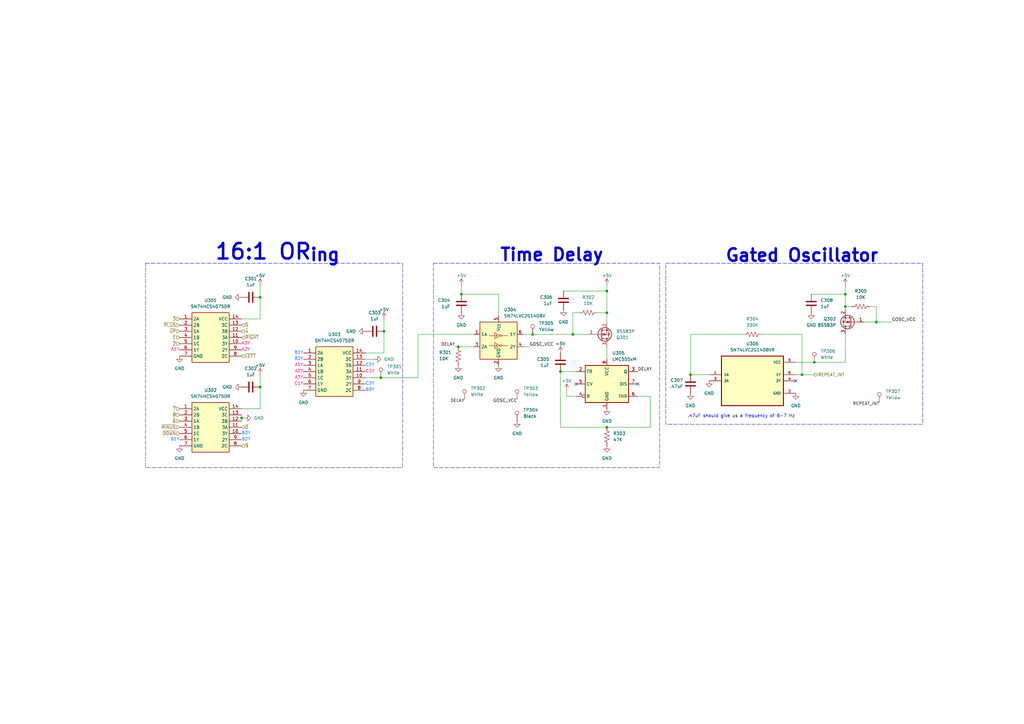
<source format=kicad_sch>
(kicad_sch (version 20250114) (generator "eeschema") (generator_version "9.0")
  (paper "A3")
  (title_block (title "MEP MAXI 85V-1 REV 2 Keypad") (date "2025-02-01") (rev "X1") (company "McMillan Enterprises") (comment 1 "Firmware: Connor McMillan (connor@mcmillan.website)") (comment 2 "Hardware &"))
  (polyline (pts (xy 370.1265 264.0944) (xy 372.7347 260.7468) (xy 372.7404 260.7468) (xy 370.1265 264.0944)) (stroke (width -0.0001) (type solid)) (fill (type outline)))
  (polyline (pts (xy 378.8385 266.9183) (xy 378.3626 266.9183) (xy 378.1177 268.1388) (xy 377.9206 268.1388) (xy 378.1635 266.9183) (xy 377.6876 266.9183) (xy 377.7215 266.745) (xy 378.8744 266.745) (xy 378.8385 266.9183)) (stroke (width -0.0001) (type solid)) (fill (type outline)))
  (polyline (pts (xy 375.9475 256.261) (xy 377.8002 254.9162) (xy 376.4553 256.7689) (xy 378.7164 257.128) (xy 376.4553 257.4871) (xy 377.8002 259.3399) (xy 375.9475 257.995) (xy 375.5884 260.256) (xy 375.2293 257.995) (xy 373.3765 259.3399) (xy 374.7214 257.4871) (xy 372.4604 257.128) (xy 374.7214 256.7689) (xy 373.3765 254.9162) (xy 375.2293 256.261) (xy 375.5884 254) (xy 375.9475 256.261)) (stroke (width -0.0001) (type solid)) (fill (type outline)))
  (polyline (pts (xy 398.3679 265.768) (xy 397.5403 265.768) (xy 397.3029 264.7287) (xy 395.0446 264.7287) (xy 394.3967 265.768) (xy 393.5049 265.768) (xy 394.6058 264.0743) (xy 395.4552 264.0743) (xy 397.1489 264.0743) (xy 396.6934 262.0983) (xy 395.4552 264.0743) (xy 394.6058 264.0743) (xy 396.424 261.2772) (xy 397.2516 261.2772) (xy 398.3679 265.768)) (stroke (width -0.0001) (type solid)) (fill (type outline)))
  (polyline (pts (xy 381.0146 264.2668) (xy 383.3435 261.2772) (xy 384.062 261.2772) (xy 383.1639 265.768) (xy 382.3748 265.768) (xy 382.9585 262.8233) (xy 381.0403 265.2548) (xy 380.6682 265.2548) (xy 379.6417 262.7656) (xy 379.045 265.768) (xy 378.2495 265.768) (xy 379.1477 261.2772) (xy 379.8278 261.2772) (xy 381.0146 264.2668)) (stroke (width -0.0001) (type solid)) (fill (type outline)))
  (polyline (pts (xy 393.7901 266.9183) (xy 393.0036 266.9183) (xy 392.918 267.3463) (xy 393.6189 267.3463) (xy 393.585 267.5156) (xy 392.8841 267.5156) (xy 392.7945 267.9656) (xy 393.6089 267.9656) (xy 393.5751 268.1388) (xy 392.5616 268.1388) (xy 392.8403 266.745) (xy 393.824 266.745) (xy 393.7901 266.9183)) (stroke (width -0.0001) (type solid)) (fill (type outline)))
  (polyline (pts (xy 382.7899 266.7468) (xy 382.8462 266.752) (xy 382.899 266.7605) (xy 382.9484 266.7724) (xy 382.9717 266.7796) (xy 382.9942 266.7876) (xy 383.0158 266.7963) (xy 383.0364 266.8059) (xy 383.0561 266.8163) (xy 383.0749 266.8274) (xy 383.0928 266.8394) (xy 383.1097 266.852) (xy 383.1256 266.8655) (xy 383.1406 266.8797) (xy 383.1546 266.8946) (xy 383.1677 266.9103) (xy 383.1797 266.9267) (xy 383.1907 266.9438) (xy 383.2007 266.9617) (xy 383.2098 266.9802) (xy 383.2177 266.9995) (xy 383.2247 267.0194) (xy 383.2306 267.04) (xy 383.2354 267.0614) (xy 383.2392 267.0833) (xy 383.2419 267.106) (xy 383.2436 267.1293) (xy 383.2441 267.1532) (xy 383.2423 267.2041) (xy 383.24 267.2287) (xy 383.2369 267.2527) (xy 383.2329 267.2763) (xy 383.228 267.2992) (xy 383.2223 267.3217) (xy 383.2157 267.3435) (xy 383.2083 267.3648) (xy 383.2001 267.3855) (xy 383.191 267.4056) (xy 383.1811 267.4252) (xy 383.1704 267.4442) (xy 383.1589 267.4625) (xy 383.1466 267.4803) (xy 383.1336 267.4974) (xy 383.1198 267.514) (xy 383.1052 267.5299) (xy 383.0898 267.5452) (xy 383.0737 267.5599) (xy 383.0569 267.5739) (xy 383.0394 267.5873) (xy 383.0211 267.6) (xy 383.0021 267.6121) (xy 382.9621 267.6344) (xy 382.9194 267.6539) (xy 382.8739 267.6707) (xy 382.8259 267.6848) (xy 383.0808 268.1388) (xy 382.8698 268.1388) (xy 382.6269 267.7127) (xy 382.2166 267.7127) (xy 382.133 268.1388) (xy 381.9319 268.1388) (xy 382.051 267.5434) (xy 382.2505 267.5434) (xy 382.595 267.5434) (xy 382.647 267.5419) (xy 382.6961 267.5375) (xy 382.7422 267.5301) (xy 382.7854 267.5197) (xy 382.8059 267.5134) (xy 382.8255 267.5064) (xy 382.8444 267.4987) (xy 382.8625 267.4902) (xy 382.8798 267.481) (xy 382.8963 267.4711) (xy 382.9119 267.4605) (xy 382.9268 267.4491) (xy 382.9408 267.437) (xy 382.9539 267.4243) (xy 382.9662 267.4108) (xy 382.9777 267.3965) (xy 382.9882 267.3816) (xy 382.998 267.366) (xy 383.0068 267.3497) (xy 383.0147 267.3326) (xy 383.0217 267.3149) (xy 383.0278 267.2964) (xy 383.033 267.2773) (xy 383.0373 267.2574) (xy 383.0407 267.2369) (xy 383.043 267.2157) (xy 383.0445 267.1937) (xy 383.045 267.1711) (xy 383.0446 267.1557) (xy 383.0436 267.1407) (xy 383.0418 267.1262) (xy 383.0394 267.1122) (xy 383.0363 267.0987) (xy 383.0325 267.0857) (xy 383.0281 267.0731) (xy 383.023 267.0611) (xy 383.0172 267.0495) (xy 383.0108 267.0384) (xy 383.0037 267.0277) (xy 382.9959 267.0176) (xy 382.9876 267.008) (xy 382.9785 266.9988) (xy 382.9689 266.9902) (xy 382.9586 266.982) (xy 382.9477 266.9743) (xy 382.9362 266.9671) (xy 382.924 266.9604) (xy 382.9113 266.9542) (xy 382.8979 266.9485) (xy 382.884 266.9432) (xy 382.8694 266.9385) (xy 382.8543 266.9343) (xy 382.8386 266.9305) (xy 382.8222 266.9273) (xy 382.8054 266.9245) (xy 382.7879 266.9223) (xy 382.7699 266.9205) (xy 382.7513 266.9193) (xy 382.7321 266.9185) (xy 382.7124 266.9183) (xy 382.3759 266.9183) (xy 382.2505 267.5434) (xy 382.051 267.5434) (xy 382.2107 266.745) (xy 382.7303 266.745) (xy 382.7899 266.7468)) (stroke (width -0.0001) (type solid)) (fill (type outline)))
  (polyline (pts (xy 402.3773 264.4208) (xy 402.9996 261.2772) (xy 403.8272 261.2772) (xy 402.9291 265.768) (xy 402.2426 265.768) (xy 400.4013 262.6244) (xy 399.7726 265.768) (xy 398.945 265.768) (xy 399.8432 261.2772) (xy 400.5296 261.2772) (xy 402.3773 264.4208)) (stroke (width -0.0001) (type solid)) (fill (type outline)))
  (polyline (pts (xy 391.1535 266.7296) (xy 391.1852 266.731) (xy 391.2167 266.7334) (xy 391.2477 266.7368) (xy 391.2784 266.7411) (xy 391.3085 266.7463) (xy 391.3381 266.7524) (xy 391.3671 266.7595) (xy 391.3954 266.7674) (xy 391.423 266.7762) (xy 391.4497 266.7858) (xy 391.4756 266.7963) (xy 391.5006 266.8076) (xy 391.5246 266.8198) (xy 391.5476 266.8328) (xy 391.5694 266.8466) (xy 391.4898 267.0098) (xy 391.47 266.9964) (xy 391.4496 266.9839) (xy 391.4285 266.9722) (xy 391.4069 266.9613) (xy 391.3846 266.9513) (xy 391.3619 266.9422) (xy 391.3386 266.9339) (xy 391.3148 266.9265) (xy 391.2906 266.9199) (xy 391.266 266.9142) (xy 391.241 266.9094) (xy 391.2157 266.9054) (xy 391.19 266.9023) (xy 391.1641 266.9001) (xy 391.1379 266.8988) (xy 391.1115 266.8984) (xy 391.0695 266.8995) (xy 391.0296 266.9028) (xy 390.9919 266.9083) (xy 390.9564 266.9159) (xy 390.9232 266.9255) (xy 390.8924 266.937) (xy 390.8641 266.9504) (xy 390.8384 266.9655) (xy 390.8154 266.9824) (xy 390.805 266.9915) (xy 390.7952 267.001) (xy 390.7862 267.0109) (xy 390.7778 267.0211) (xy 390.7703 267.0318) (xy 390.7634 267.0428) (xy 390.7574 267.0542) (xy 390.7521 267.0659) (xy 390.7475 267.078) (xy 390.7438 267.0904) (xy 390.7409 267.1031) (xy 390.7388 267.1162) (xy 390.7376 267.1296) (xy 390.7371 267.1432) (xy 390.7392 267.1694) (xy 390.7452 267.1933) (xy 390.7548 267.215) (xy 390.7679 267.2347) (xy 390.784 267.2526) (xy 390.8031 267.2689) (xy 390.8248 267.2837) (xy 390.8488 267.2973) (xy 390.875 267.3098) (xy 390.9029 267.3214) (xy 390.9633 267.3427) (xy 391.0946 267.3827) (xy 391.1612 267.4042) (xy 391.2258 267.4288) (xy 391.2566 267.4426) (xy 391.2862 267.4578) (xy 391.3141 267.4744) (xy 391.3403 267.4927) (xy 391.3643 267.5128) (xy 391.386 267.535) (xy 391.4051 267.5594) (xy 391.4213 267.5861) (xy 391.4343 267.6155) (xy 391.4439 267.6475) (xy 391.4499 267.6826) (xy 391.452 267.7207) (xy 391.4513 267.7458) (xy 391.4492 267.7702) (xy 391.4457 267.794) (xy 391.4409 267.8171) (xy 391.4347 267.8395) (xy 391.4273 267.8613) (xy 391.4186 267.8824) (xy 391.4086 267.9028) (xy 391.3974 267.9224) (xy 391.3851 267.9414) (xy 391.3715 267.9596) (xy 391.3568 267.977) (xy 391.341 267.9938) (xy 391.3242 268.0097) (xy 391.3062 268.0249) (xy 391.2872 268.0393) (xy 391.2672 268.0529) (xy 391.2462 268.0657) (xy 391.2242 268.0777) (xy 391.2013 268.0888) (xy 391.1775 268.0992) (xy 391.1528 268.1087) (xy 391.1272 268.1173) (xy 391.1008 268.125) (xy 391.0736 268.1319) (xy 391.0456 268.1379) (xy 391.0169 268.143) (xy 390.9874 268.1472) (xy 390.9572 268.1505) (xy 390.9263 268.1529) (xy 390.8947 268.1543) (xy 390.8626 268.1548) (xy 390.8227 268.1539) (xy 390.7831 268.1514) (xy 390.744 268.1474) (xy 390.7055 268.1418) (xy 390.6676 268.1348) (xy 390.6307 268.1264) (xy 390.5947 268.1168) (xy 390.5599 268.106) (xy 390.5264 268.0941) (xy 390.4944 268.0811) (xy 390.464 268.0671) (xy 390.4353 268.0523) (xy 390.4085 268.0366) (xy 390.3837 268.0202) (xy 390.3611 268.0032) (xy 390.3409 267.9855) (xy 390.4285 267.8262) (xy 390.449 267.8441) (xy 390.4711 267.8611) (xy 390.4946 267.8771) (xy 390.5193 267.8923) (xy 390.5452 267.9064) (xy 390.5722 267.9195) (xy 390.6002 267.9315) (xy 390.6291 267.9425) (xy 390.6588 267.9522) (xy 390.6892 267.9608) (xy 390.7202 267.9682) (xy 390.7516 267.9743) (xy 390.7835 267.9792) (xy 390.8157 267.9827) (xy 390.848 267.9848) (xy 390.8805 267.9855) (xy 390.9218 267.9845) (xy 390.9612 267.9815) (xy 390.9988 267.9766) (xy 391.0342 267.9698) (xy 391.0675 267.961) (xy 391.0984 267.9504) (xy 391.127 267.938) (xy 391.153 267.9238) (xy 391.1764 267.9078) (xy 391.1871 267.8991) (xy 391.1971 267.89) (xy 391.2063 267.8805) (xy 391.2148 267.8706) (xy 391.2226 267.8602) (xy 391.2296 267.8494) (xy 391.2359 267.8382) (xy 391.2413 267.8266) (xy 391.246 267.8146) (xy 391.2499 267.8022) (xy 391.2529 267.7894) (xy 391.255 267.7761) (xy 391.2564 267.7625) (xy 391.2568 267.7485) (xy 391.2547 267.7225) (xy 391.2488 267.6989) (xy 391.2391 267.6775) (xy 391.2261 267.6581) (xy 391.2099 267.6406) (xy 391.1908 267.6246) (xy 391.1692 267.6101) (xy 391.1451 267.5968) (xy 391.119 267.5847) (xy 391.091 267.5733) (xy 391.0306 267.5525) (xy 390.8994 267.5131) (xy 390.8328 267.4914) (xy 390.7682 267.4664) (xy 390.7373 267.4521) (xy 390.7078 267.4365) (xy 390.6798 267.4192) (xy 390.6537 267.4002) (xy 390.6297 267.3792) (xy 390.608 267.3561) (xy 390.5889 267.3306) (xy 390.5727 267.3025) (xy 390.5597 267.2717) (xy 390.5501 267.238) (xy 390.5441 267.2012) (xy 390.542 267.1611) (xy 390.5427 267.1364) (xy 390.5448 267.1123) (xy 390.5482 267.0888) (xy 390.553 267.066) (xy 390.559 267.0437) (xy 390.5663 267.0222) (xy 390.5749 267.0013) (xy 390.5847 266.9811) (xy 390.5957 266.9615) (xy 390.6078 266.9427) (xy 390.6211 266.9246) (xy 390.6356 266.9072) (xy 390.6511 266.8905) (xy 390.6677 266.8746) (xy 390.6854 266.8594) (xy 390.704 266.845) (xy 390.7237 266.8314) (xy 390.7444 266.8186) (xy 390.766 266.8066) (xy 390.7885 266.7954) (xy 390.8119 266.7851) (xy 390.8362 266.7755) (xy 390.8613 266.7669) (xy 390.8873 266.7591) (xy 390.914 266.7521) (xy 390.9415 266.7461) (xy 390.9698 266.7409) (xy 390.9988 266.7367) (xy 391.0285 266.7334) (xy 391.0588 266.731) (xy 391.0898 266.7295) (xy 391.1215 266.7291) (xy 391.1535 266.7296)) (stroke (width -0.0001) (type solid)) (fill (type outline)))
  (polyline (pts (xy 380.9337 266.9183) (xy 380.1472 266.9183) (xy 380.0616 267.3463) (xy 380.7625 267.3463) (xy 380.7286 267.5156) (xy 380.0277 267.5156) (xy 379.9381 267.9656) (xy 380.7525 267.9656) (xy 380.7187 268.1388) (xy 379.7052 268.1388) (xy 379.9839 266.745) (xy 380.9676 266.745) (xy 380.9337 266.9183)) (stroke (width -0.0001) (type solid)) (fill (type outline)))
  (polyline (pts (xy 374.1361 266.9183) (xy 373.3495 266.9183) (xy 373.2639 267.3463) (xy 373.9648 267.3463) (xy 373.931 267.5156) (xy 373.2301 267.5156) (xy 373.1405 267.9656) (xy 373.9548 267.9656) (xy 373.921 268.1388) (xy 372.9075 268.1388) (xy 373.1863 266.745) (xy 374.1699 266.745) (xy 374.1361 266.9183)) (stroke (width -0.0001) (type solid)) (fill (type outline)))
  (polyline (pts (xy 387.3207 261.2772) (xy 388.1546 261.2772) (xy 387.3976 265.0624) (xy 389.7457 265.0624) (xy 389.6046 265.768) (xy 386.4224 265.768) (xy 387.3207 261.2772) (xy 387.3207 261.2772)) (stroke (width -0.0001) (type solid)) (fill (type outline)))
  (polyline (pts (xy 385.1279 266.7468) (xy 385.1838 266.752) (xy 385.2364 266.7605) (xy 385.2855 266.7724) (xy 385.3088 266.7796) (xy 385.3311 266.7876) (xy 385.3526 266.7963) (xy 385.3732 266.8059) (xy 385.3928 266.8163) (xy 385.4115 266.8274) (xy 385.4293 266.8394) (xy 385.4462 266.852) (xy 385.4621 266.8655) (xy 385.477 266.8797) (xy 385.491 266.8946) (xy 385.504 266.9103) (xy 385.516 266.9267) (xy 385.527 266.9438) (xy 385.537 266.9617) (xy 385.546 266.9802) (xy 385.554 266.9995) (xy 385.5609 267.0194) (xy 385.5668 267.04) (xy 385.5716 267.0614) (xy 385.5754 267.0833) (xy 385.5781 267.106) (xy 385.5798 267.1293) (xy 385.5803 267.1532) (xy 385.5796 267.1862) (xy 385.5774 267.2183) (xy 385.5738 267.2495) (xy 385.5688 267.2798) (xy 385.5623 267.3091) (xy 385.5545 267.3376) (xy 385.5454 267.3651) (xy 385.5348 267.3916) (xy 385.523 267.4172) (xy 385.5099 267.4418) (xy 385.4954 267.4655) (xy 385.4797 267.4881) (xy 385.4628 267.5098) (xy 385.4446 267.5304) (xy 385.4252 267.55) (xy 385.4046 267.5686) (xy 385.3829 267.5861) (xy 385.3599 267.6026) (xy 385.3358 267.618) (xy 385.3107 267.6324) (xy 385.2843 267.6456) (xy 385.257 267.6578) (xy 385.2285 267.6688) (xy 385.199 267.6788) (xy 385.1684 267.6876) (xy 385.1369 267.6952) (xy 385.1043 267.7017) (xy 385.0708 267.7071) (xy 385.0363 267.7113) (xy 385.0009 267.7143) (xy 384.9645 267.7161) (xy 384.9273 267.7167) (xy 384.5549 267.7167) (xy 384.4712 268.1388) (xy 384.2722 268.1388) (xy 384.3913 267.5434) (xy 384.5908 267.5434) (xy 384.9312 267.5434) (xy 384.9832 267.5419) (xy 385.0323 267.5375) (xy 385.0785 267.5301) (xy 385.1217 267.5197) (xy 385.1421 267.5134) (xy 385.1618 267.5064) (xy 385.1807 267.4987) (xy 385.1988 267.4902) (xy 385.2161 267.481) (xy 385.2325 267.4711) (xy 385.2482 267.4605) (xy 385.263 267.4491) (xy 385.277 267.437) (xy 385.2902 267.4243) (xy 385.3025 267.4108) (xy 385.314 267.3965) (xy 385.3245 267.3816) (xy 385.3342 267.366) (xy 385.3431 267.3497) (xy 385.351 267.3326) (xy 385.358 267.3149) (xy 385.3641 267.2964) (xy 385.3693 267.2773) (xy 385.3736 267.2574) (xy 385.3769 267.2369) (xy 385.3793 267.2157) (xy 385.3808 267.1937) (xy 385.3813 267.1711) (xy 385.3809 267.1557) (xy 385.3799 267.1407) (xy 385.3781 267.1262) (xy 385.3757 267.1122) (xy 385.3726 267.0987) (xy 385.3688 267.0857) (xy 385.3644 267.0731) (xy 385.3593 267.0611) (xy 385.3535 267.0495) (xy 385.3471 267.0384) (xy 385.34 267.0277) (xy 385.3323 267.0176) (xy 385.324 267.008) (xy 385.315 266.9988) (xy 385.3054 266.9902) (xy 385.2951 266.982) (xy 385.2843 266.9743) (xy 385.2728 266.9671) (xy 385.2607 266.9604) (xy 385.248 266.9542) (xy 385.2348 266.9485) (xy 385.2209 266.9432) (xy 385.2064 266.9385) (xy 385.1914 266.9343) (xy 385.1758 266.9305) (xy 385.1596 266.9273) (xy 385.1428 266.9245) (xy 385.1255 266.9223) (xy 385.1076 266.9205) (xy 385.0892 266.9193) (xy 385.0703 266.9185) (xy 385.0507 266.9183) (xy 384.7162 266.9183) (xy 384.5908 267.5434) (xy 384.3913 267.5434) (xy 384.5509 266.745) (xy 385.0686 266.745) (xy 385.1279 266.7468)) (stroke (width -0.0001) (type solid)) (fill (type outline)))
  (polyline (pts (xy 370.1265 264.0944) (xy 372.7347 260.7468) (xy 372.7404 260.7468) (xy 370.1265 264.0944)) (stroke (width -0.0001) (type solid)) (fill (type outline)))
  (polyline (pts (xy 395.5093 266.7296) (xy 395.5411 266.731) (xy 395.5725 266.7334) (xy 395.6036 266.7368) (xy 395.6342 266.7411) (xy 395.6644 266.7463) (xy 395.694 266.7524) (xy 395.7229 266.7595) (xy 395.7512 266.7674) (xy 395.7788 266.7762) (xy 395.8056 266.7858) (xy 395.8315 266.7963) (xy 395.8565 266.8076) (xy 395.8805 266.8198) (xy 395.9034 266.8328) (xy 395.9253 266.8466) (xy 395.8457 267.0098) (xy 395.8259 266.9964) (xy 395.8055 266.9839) (xy 395.7844 266.9722) (xy 395.7627 266.9613) (xy 395.7405 266.9513) (xy 395.7177 266.9422) (xy 395.6944 266.9339) (xy 395.6707 266.9265) (xy 395.6465 266.9199) (xy 395.6219 266.9142) (xy 395.5969 266.9094) (xy 395.5715 266.9054) (xy 395.5459 266.9023) (xy 395.5199 266.9001) (xy 395.4937 266.8988) (xy 395.4673 266.8984) (xy 395.4254 266.8995) (xy 395.3855 266.9028) (xy 395.3477 266.9083) (xy 395.3122 266.9159) (xy 395.279 266.9255) (xy 395.2483 266.937) (xy 395.22 266.9504) (xy 395.1943 266.9655) (xy 395.1713 266.9824) (xy 395.1608 266.9915) (xy 395.1511 267.001) (xy 395.142 267.0109) (xy 395.1337 267.0211) (xy 395.1261 267.0318) (xy 395.1193 267.0428) (xy 395.1132 267.0542) (xy 395.1079 267.0659) (xy 395.1034 267.078) (xy 395.0997 267.0904) (xy 395.0968 267.1031) (xy 395.0947 267.1162) (xy 395.0934 267.1296) (xy 395.093 267.1432) (xy 395.095 267.1694) (xy 395.101 267.1933) (xy 395.1107 267.215) (xy 395.1237 267.2347) (xy 395.1399 267.2526) (xy 395.159 267.2689) (xy 395.1806 267.2837) (xy 395.2047 267.2973) (xy 395.2308 267.3098) (xy 395.2588 267.3214) (xy 395.3192 267.3427) (xy 395.4504 267.3827) (xy 395.5171 267.4042) (xy 395.5817 267.4288) (xy 395.6125 267.4426) (xy 395.642 267.4578) (xy 395.67 267.4744) (xy 395.6961 267.4927) (xy 395.7202 267.5128) (xy 395.7419 267.535) (xy 395.7609 267.5594) (xy 395.7771 267.5861) (xy 395.7902 267.6155) (xy 395.7998 267.6475) (xy 395.8058 267.6826) (xy 395.8078 267.7207) (xy 395.8071 267.7458) (xy 395.805 267.7702) (xy 395.8015 267.794) (xy 395.7967 267.8171) (xy 395.7906 267.8395) (xy 395.7831 267.8613) (xy 395.7744 267.8824) (xy 395.7645 267.9028) (xy 395.7533 267.9224) (xy 395.7409 267.9414) (xy 395.7274 267.9596) (xy 395.7127 267.977) (xy 395.6969 267.9938) (xy 395.68 268.0097) (xy 395.6621 268.0249) (xy 395.6431 268.0393) (xy 395.623 268.0529) (xy 395.602 268.0657) (xy 395.5801 268.0777) (xy 395.5572 268.0888) (xy 395.5334 268.0992) (xy 395.5087 268.1087) (xy 395.4831 268.1173) (xy 395.4567 268.125) (xy 395.4295 268.1319) (xy 395.4015 268.1379) (xy 395.3727 268.143) (xy 395.3432 268.1472) (xy 395.313 268.1505) (xy 395.2821 268.1529) (xy 395.2506 268.1543) (xy 395.2184 268.1548) (xy 395.1786 268.1539) (xy 395.139 268.1514) (xy 395.0999 268.1474) (xy 395.0613 268.1418) (xy 395.0235 268.1348) (xy 394.9865 268.1264) (xy 394.9506 268.1168) (xy 394.9158 268.106) (xy 394.8823 268.0941) (xy 394.8503 268.0811) (xy 394.8198 268.0671) (xy 394.7911 268.0523) (xy 394.7643 268.0366) (xy 394.7396 268.0202) (xy 394.717 268.0032) (xy 394.6967 267.9855) (xy 394.7843 267.8262) (xy 394.8049 267.8441) (xy 394.827 267.8611) (xy 394.8504 267.8771) (xy 394.8751 267.8923) (xy 394.9011 267.9064) (xy 394.9281 267.9195) (xy 394.9561 267.9315) (xy 394.985 267.9425) (xy 395.0147 267.9522) (xy 395.045 267.9608) (xy 395.076 267.9682) (xy 395.1075 267.9743) (xy 395.1394 267.9792) (xy 395.1715 267.9827) (xy 395.2039 267.9848) (xy 395.2363 267.9855) (xy 395.2776 267.9845) (xy 395.3171 267.9815) (xy 395.3546 267.9766) (xy 395.3901 267.9698) (xy 395.4233 267.961) (xy 395.4543 267.9504) (xy 395.4828 267.938) (xy 395.5089 267.9238) (xy 395.5323 267.9078) (xy 395.5429 267.8991) (xy 395.5529 267.89) (xy 395.5622 267.8805) (xy 395.5707 267.8706) (xy 395.5785 267.8602) (xy 395.5855 267.8494) (xy 395.5917 267.8382) (xy 395.5972 267.8266) (xy 395.6019 267.8146) (xy 395.6057 267.8022) (xy 395.6087 267.7894) (xy 395.6109 267.7761) (xy 395.6122 267.7625) (xy 395.6127 267.7485) (xy 395.6106 267.7225) (xy 395.6046 267.6989) (xy 395.595 267.6775) (xy 395.5819 267.6581) (xy 395.5658 267.6406) (xy 395.5467 267.6246) (xy 395.525 267.6101) (xy 395.501 267.5968) (xy 395.4748 267.5847) (xy 395.4469 267.5733) (xy 395.3865 267.5525) (xy 395.2553 267.5131) (xy 395.1886 267.4914) (xy 395.124 267.4664) (xy 395.0932 267.4521) (xy 395.0637 267.4365) (xy 395.0357 267.4192) (xy 395.0096 267.4002) (xy 394.9855 267.3792) (xy 394.9639 267.3561) (xy 394.9448 267.3306) (xy 394.9286 267.3025) (xy 394.9156 267.2717) (xy 394.9059 267.238) (xy 394.8999 267.2012) (xy 394.8979 267.1611) (xy 394.8986 267.1364) (xy 394.9007 267.1123) (xy 394.9041 267.0888) (xy 394.9088 267.066) (xy 394.9149 267.0437) (xy 394.9222 267.0222) (xy 394.9307 267.0013) (xy 394.9405 266.9811) (xy 394.9515 266.9615) (xy 394.9637 266.9427) (xy 394.977 266.9246) (xy 394.9914 266.9072) (xy 395.007 266.8905) (xy 395.0236 266.8746) (xy 395.0412 266.8594) (xy 395.0599 266.845) (xy 395.0796 266.8314) (xy 395.1002 266.8186) (xy 395.1218 266.8066) (xy 395.1443 266.7954) (xy 395.1677 266.7851) (xy 395.192 266.7755) (xy 395.2172 266.7669) (xy 395.2431 266.7591) (xy 395.2699 266.7521) (xy 395.2974 266.7461) (xy 395.3257 266.7409) (xy 395.3546 266.7367) (xy 395.3843 266.7334) (xy 395.4147 266.731) (xy 395.4457 266.7295) (xy 395.4773 266.7291) (xy 395.5093 266.7296)) (stroke (width -0.0001) (type solid)) (fill (type outline)))
  (polyline (pts (xy 376.1996 267.8182) (xy 376.4126 266.745) (xy 376.6117 266.745) (xy 376.333 268.1388) (xy 376.1697 268.1388) (xy 375.5464 267.0656) (xy 375.3333 268.1388) (xy 375.1343 268.1388) (xy 375.413 266.745) (xy 375.5763 266.745) (xy 376.1996 267.8182)) (stroke (width -0.0001) (type solid)) (fill (type outline)))
  (polyline (pts (xy 387.4406 266.7468) (xy 387.4968 266.752) (xy 387.5497 266.7605) (xy 387.599 266.7724) (xy 387.6224 266.7796) (xy 387.6449 266.7876) (xy 387.6664 266.7963) (xy 387.6871 266.8059) (xy 387.7068 266.8163) (xy 387.7256 266.8274) (xy 387.7434 266.8394) (xy 387.7603 266.852) (xy 387.7763 266.8655) (xy 387.7913 266.8797) (xy 387.8053 266.8946) (xy 387.8183 266.9103) (xy 387.8303 266.9267) (xy 387.8414 266.9438) (xy 387.8514 266.9617) (xy 387.8604 266.9802) (xy 387.8684 266.9995) (xy 387.8753 267.0194) (xy 387.8812 267.04) (xy 387.8861 267.0614) (xy 387.8899 267.0833) (xy 387.8926 267.106) (xy 387.8942 267.1293) (xy 387.8948 267.1532) (xy 387.8929 267.2041) (xy 387.8907 267.2287) (xy 387.8876 267.2527) (xy 387.8836 267.2763) (xy 387.8787 267.2992) (xy 387.873 267.3217) (xy 387.8664 267.3435) (xy 387.859 267.3648) (xy 387.8507 267.3855) (xy 387.8416 267.4056) (xy 387.8317 267.4252) (xy 387.821 267.4442) (xy 387.8096 267.4625) (xy 387.7973 267.4803) (xy 387.7842 267.4974) (xy 387.7704 267.514) (xy 387.7558 267.5299) (xy 387.7405 267.5452) (xy 387.7244 267.5599) (xy 387.7076 267.5739) (xy 387.69 267.5873) (xy 387.6718 267.6) (xy 387.6528 267.6121) (xy 387.6128 267.6344) (xy 387.57 267.6539) (xy 387.5246 267.6707) (xy 387.4766 267.6848) (xy 387.7314 268.1388) (xy 387.5204 268.1388) (xy 387.2775 267.7127) (xy 386.8673 267.7127) (xy 386.7837 268.1388) (xy 386.5826 268.1388) (xy 386.7017 267.5434) (xy 386.9012 267.5434) (xy 387.2456 267.5434) (xy 387.2976 267.5419) (xy 387.3467 267.5375) (xy 387.3929 267.5301) (xy 387.4361 267.5197) (xy 387.4565 267.5134) (xy 387.4762 267.5064) (xy 387.495 267.4987) (xy 387.5131 267.4902) (xy 387.5304 267.481) (xy 387.5469 267.4711) (xy 387.5626 267.4605) (xy 387.5774 267.4491) (xy 387.5914 267.437) (xy 387.6046 267.4243) (xy 387.6169 267.4108) (xy 387.6283 267.3965) (xy 387.6389 267.3816) (xy 387.6486 267.366) (xy 387.6574 267.3497) (xy 387.6653 267.3326) (xy 387.6724 267.3149) (xy 387.6785 267.2964) (xy 387.6837 267.2773) (xy 387.688 267.2574) (xy 387.6913 267.2369) (xy 387.6937 267.2157) (xy 387.6951 267.1937) (xy 387.6956 267.1711) (xy 387.6953 267.1557) (xy 387.6942 267.1407) (xy 387.6925 267.1262) (xy 387.6901 267.1122) (xy 387.687 267.0987) (xy 387.6832 267.0857) (xy 387.6787 267.0731) (xy 387.6736 267.0611) (xy 387.6678 267.0495) (xy 387.6614 267.0384) (xy 387.6543 267.0277) (xy 387.6466 267.0176) (xy 387.6382 267.008) (xy 387.6292 266.9988) (xy 387.6195 266.9902) (xy 387.6093 266.982) (xy 387.5984 266.9743) (xy 387.5868 266.9671) (xy 387.5747 266.9604) (xy 387.5619 266.9542) (xy 387.5486 266.9485) (xy 387.5346 266.9432) (xy 387.5201 266.9385) (xy 387.5049 266.9343) (xy 387.4892 266.9305) (xy 387.4729 266.9273) (xy 387.456 266.9245) (xy 387.4385 266.9223) (xy 387.4205 266.9205) (xy 387.4019 266.9193) (xy 387.3828 266.9185) (xy 387.3631 266.9183) (xy 387.0266 266.9183) (xy 386.9012 267.5434) (xy 386.7017 267.5434) (xy 386.8613 266.745) (xy 387.381 266.745) (xy 387.4406 266.7468)) (stroke (width -0.0001) (type solid)) (fill (type outline)))
  (rectangle (start 273.05 107.95) (end 378.46 173.99) (stroke (width 0) (type dash)))
  (polyline (pts (xy 375.0109 259.0135) (xy 370.1552 265.2009) (xy 369.7386 265.2009) (xy 368.5893 262.4136) (xy 367.9211 265.7758) (xy 367.03 265.7758) (xy 368.0361 260.7468) (xy 368.7976 260.7468) (xy 369.9562 263.6659) (xy 370.1265 264.0944) (xy 372.7404 260.7468) (xy 373.6079 259.6357) (xy 374.9545 258.6582) (xy 375.0109 259.0135)) (stroke (width -0.0001) (type solid)) (fill (type outline)))
  (polyline (pts (xy 385.2743 261.2772) (xy 386.1083 261.2772) (xy 385.2101 265.768) (xy 384.376 265.768) (xy 385.2743 261.2772) (xy 385.2743 261.2772)) (stroke (width -0.0001) (type solid)) (fill (type outline)))
  (polyline (pts (xy 389.122 268.1388) (xy 388.9228 268.1388) (xy 389.2016 266.745) (xy 389.4007 266.745) (xy 389.122 268.1388)) (stroke (width -0.0001) (type solid)) (fill (type outline)))
  (polyline (pts (xy 372.5335 265.7758) (xy 371.6499 265.7758) (xy 372.1364 263.321) (xy 373.3282 261.8024) (xy 372.5335 265.7758)) (stroke (width -0.0001) (type solid)) (fill (type outline)))
  (polyline (pts (xy 376.5896 261.2161) (xy 376.7285 261.2253) (xy 376.8635 261.2405) (xy 376.9943 261.2617) (xy 377.1207 261.2889) (xy 377.2425 261.322) (xy 377.3594 261.3608) (xy 377.4711 261.4055) (xy 377.5776 261.4558) (xy 377.6785 261.5119) (xy 377.7736 261.5735) (xy 377.8626 261.6406) (xy 377.9454 261.7133) (xy 378.0216 261.7914) (xy 378.0911 261.8748) (xy 378.1536 261.9636) (xy 377.5506 262.4705) (xy 377.5032 262.4085) (xy 377.4525 262.3502) (xy 377.3985 262.2956) (xy 377.3702 262.2698) (xy 377.3411 262.2448) (xy 377.3112 262.2208) (xy 377.2804 262.1978) (xy 377.2488 262.1757) (xy 377.2164 262.1546) (xy 377.1831 262.1344) (xy 377.149 262.1153) (xy 377.114 262.0971) (xy 377.0782 262.0799) (xy 377.004 262.0485) (xy 376.9265 262.0212) (xy 376.8455 261.9979) (xy 376.7611 261.9787) (xy 376.6733 261.9638) (xy 376.5821 261.953) (xy 376.4874 261.9465) (xy 376.3893 261.9444) (xy 376.2829 261.9469) (xy 376.1791 261.9543) (xy 376.0779 261.9666) (xy 375.9794 261.9836) (xy 375.8836 262.0052) (xy 375.7906 262.0312) (xy 375.7004 262.0616) (xy 375.6131 262.0961) (xy 375.5288 262.1348) (xy 375.4474 262.1774) (xy 375.3691 262.2238) (xy 375.2939 262.2739) (xy 375.2219 262.3276) (xy 375.1531 262.3847) (xy 375.0875 262.4452) (xy 375.0252 262.5089) (xy 374.9663 262.5757) (xy 374.9108 262.6455) (xy 374.8588 262.718) (xy 374.8103 262.7933) (xy 374.7654 262.8712) (xy 374.7241 262.9515) (xy 374.6865 263.0341) (xy 374.6526 263.119) (xy 374.6225 263.206) (xy 374.5963 263.2949) (xy 374.5739 263.3856) (xy 374.5555 263.4781) (xy 374.5411 263.5722) (xy 374.5307 263.6677) (xy 374.5245 263.7645) (xy 374.5224 263.8626) (xy 374.5238 263.9316) (xy 374.5281 263.9992) (xy 374.5352 264.0651) (xy 374.5451 264.1295) (xy 374.5579 264.1922) (xy 374.5734 264.2532) (xy 374.5918 264.3125) (xy 374.6129 264.3701) (xy 374.6368 264.4258) (xy 374.6635 264.4796) (xy 374.6929 264.5315) (xy 374.725 264.5815) (xy 374.7599 264.6294) (xy 374.7975 264.6753) (xy 374.8378 264.7191) (xy 374.8808 264.7608) (xy 374.9265 264.8003) (xy 374.9749 264.8376) (xy 375.026 264.8726) (xy 375.0797 264.9053) (xy 375.136 264.9356) (xy 375.195 264.9636) (xy 375.2566 264.9891) (xy 375.3208 265.0121) (xy 375.3876 265.0325) (xy 375.457 265.0504) (xy 375.529 265.0656) (xy 375.6036 265.0782) (xy 375.6807 265.088) (xy 375.7604 265.0951) (xy 375.8427 265.0994) (xy 375.9274 265.1009) (xy 376.0205 265.0989) (xy 376.112 265.093) (xy 376.2019 265.0832) (xy 376.2902 265.0693) (xy 376.3768 265.0514) (xy 376.4616 265.0295) (xy 376.5447 265.0035) (xy 376.6259 264.9733) (xy 376.7053 264.9391) (xy 376.7827 264.9007) (xy 376.8581 264.8581) (xy 376.9315 264.8112) (xy 377.0029 264.7602) (xy 377.0721 264.7048) (xy 377.1392 264.6452) (xy 377.2041 264.5812) (xy 377.6916 265.1072) (xy 377.6074 265.1978) (xy 377.5183 265.2821) (xy 377.4247 265.36) (xy 377.3266 265.4316) (xy 377.2242 265.4971) (xy 377.1176 265.5565) (xy 377.0072 265.6099) (xy 376.8929 265.6574) (xy 376.7751 265.699) (xy 376.6538 265.7348) (xy 376.5292 265.7649) (xy 376.4015 265.7893) (xy 376.2709 265.8082) (xy 376.1376 265.8216) (xy 376.0016 265.8296) (xy 375.8632 265.8322) (xy 375.7367 265.8299) (xy 375.6135 265.8232) (xy 375.4937 265.8119) (xy 375.3772 265.7964) (xy 375.2641 265.7765) (xy 375.1545 265.7525) (xy 375.0484 265.7244) (xy 374.9459 265.6922) (xy 374.847 265.656) (xy 374.7518 265.616) (xy 374.6603 265.5722) (xy 374.5725 265.5247) (xy 374.4886 265.4735) (xy 374.4085 265.4188) (xy 374.3324 265.3605) (xy 374.2601 265.2989) (xy 374.1919 265.234) (xy 374.1278 265.1658) (xy 374.0677 265.0944) (xy 374.0118 265.0199) (xy 373.9601 264.9424) (xy 373.9126 264.862) (xy 373.8695 264.7788) (xy 373.8306 264.6927) (xy 373.7962 264.604) (xy 373.7662 264.5126) (xy 373.7406 264.4187) (xy 373.7196 264.3224) (xy 373.7032 264.2236) (xy 373.6914 264.1226) (xy 373.6843 264.0193) (xy 373.682 263.9139) (xy 373.6852 263.7724) (xy 373.6947 263.633) (xy 373.7105 263.496) (xy 373.7324 263.3613) (xy 373.7603 263.2293) (xy 373.7942 263.1001) (xy 373.8339 262.9737) (xy 373.8794 262.8505) (xy 373.9306 262.7304) (xy 373.9873 262.6138) (xy 374.0495 262.5006) (xy 374.117 262.3912) (xy 374.1899 262.2856) (xy 374.2679 262.1839) (xy 374.3509 262.0865) (xy 374.439 261.9933) (xy 374.5319 261.9046) (xy 374.6297 261.8205) (xy 374.7321 261.7411) (xy 374.8391 261.6667) (xy 374.9507 261.5973) (xy 375.0666 261.5332) (xy 375.1869 261.4744) (xy 375.3113 261.4212) (xy 375.4399 261.3737) (xy 375.5725 261.332) (xy 375.709 261.2963) (xy 375.8493 261.2667) (xy 375.9934 261.2434) (xy 376.1411 261.2266) (xy 376.2924 261.2164) (xy 376.4471 261.213) (xy 376.5896 261.2161)) (stroke (width -0.0001) (type solid)) (fill (type outline)))
  (rectangle (start 177.8 107.95) (end 270.51 191.77) (stroke (width 0) (type dash)))
  (polyline (pts (xy 391.1634 261.2772) (xy 391.9974 261.2772) (xy 391.2404 265.0624) (xy 393.5885 265.0624) (xy 393.4473 265.768) (xy 390.2652 265.768) (xy 391.1634 261.2772) (xy 391.1634 261.2772)) (stroke (width -0.0001) (type solid)) (fill (type outline)))
  (rectangle (start 59.69 107.95) (end 165.1 191.77) (stroke (width 0) (type dash)))
  (text "Gated Oscillator" (at 328.93 104.902 0) (effects (font (size 5.08 5.08) (thickness 1.016) (bold yes))))
  (text "Time Delay" (at 226.314 104.648 0) (effects (font (size 5.08 5.08) (thickness 1.016) (bold yes))))
  (text ".47uF should give us a frequency of 6-7 Hz" (at 304.038 170.688 0) (effects (font (size 1.27 1.27) (thickness 0.1588))))
  (text "16:1 OR_{ing}" (at 113.792 103.378 0) (effects (font (size 6.35 6.35) (thickness 1.016) (bold yes))))
  (junction (at 359.41 132.08))
  (junction (at 99.06 171.45))
  (junction (at 234.95 137.16))
  (junction (at 346.71 125.73))
  (junction (at 187.96 142.24))
  (junction (at 106.68 121.92))
  (junction (at 218.44 137.16))
  (junction (at 328.93 153.67))
  (junction (at 106.68 158.75))
  (junction (at 248.92 128.27))
  (junction (at 248.92 175.26))
  (junction (at 189.23 120.65))
  (junction (at 283.21 153.67))
  (junction (at 346.71 120.65))
  (junction (at 248.92 119.38))
  (junction (at 334.01 148.59))
  (junction (at 156.21 154.94))
  (junction (at 157.48 135.89))
  (junction (at 229.87 152.4))
  (no_connect (at 236.22 157.48))
  (no_connect (at 261.62 157.48))
  (no_connect (at 326.39 156.21))
  (wire (pts (xy 248.92 142.24) (xy 248.92 147.32)))
  (wire (pts (xy 283.21 153.67) (xy 290.83 153.67)))
  (wire (pts (xy 359.41 125.73) (xy 359.41 132.08)))
  (wire (pts (xy 304.8 137.16) (xy 283.21 137.16)))
  (wire (pts (xy 359.41 132.08) (xy 365.76 132.08)))
  (wire (pts (xy 354.33 132.08) (xy 359.41 132.08)))
  (wire (pts (xy 234.95 128.27) (xy 234.95 137.16)))
  (wire (pts (xy 234.95 137.16) (xy 241.3 137.16)))
  (wire (pts (xy 334.01 148.59) (xy 346.71 148.59)))
  (wire (pts (xy 99.06 167.64) (xy 106.68 167.64)))
  (wire (pts (xy 156.21 154.94) (xy 171.45 154.94)))
  (wire (pts (xy 229.87 175.26) (xy 248.92 175.26)))
  (wire (pts (xy 149.86 154.94) (xy 156.21 154.94)))
  (wire (pts (xy 326.39 148.59) (xy 334.01 148.59)))
  (wire (pts (xy 346.71 137.16) (xy 346.71 148.59)))
  (wire (pts (xy 236.22 162.56) (xy 232.41 162.56)))
  (wire (pts (xy 328.93 153.67) (xy 326.39 153.67)))
  (wire (pts (xy 214.63 137.16) (xy 218.44 137.16)))
  (wire (pts (xy 157.48 135.89) (xy 157.48 144.78)))
  (wire (pts (xy 346.71 120.65) (xy 346.71 125.73)))
  (wire (pts (xy 346.71 116.84) (xy 346.71 120.65)))
  (wire (pts (xy 171.45 137.16) (xy 171.45 154.94)))
  (wire (pts (xy 187.96 142.24) (xy 194.31 142.24)))
  (wire (pts (xy 232.41 162.56) (xy 232.41 160.02)))
  (wire (pts (xy 346.71 125.73) (xy 349.25 125.73)))
  (wire (pts (xy 328.93 137.16) (xy 312.42 137.16)))
  (wire (pts (xy 283.21 137.16) (xy 283.21 153.67)))
  (wire (pts (xy 149.86 147.32) (xy 153.67 147.32)))
  (wire (pts (xy 106.68 116.84) (xy 106.68 121.92)))
  (wire (pts (xy 218.44 137.16) (xy 234.95 137.16)))
  (wire (pts (xy 328.93 153.67) (xy 334.01 153.67)))
  (wire (pts (xy 189.23 120.65) (xy 204.47 120.65)))
  (wire (pts (xy 99.06 130.81) (xy 106.68 130.81)))
  (wire (pts (xy 106.68 158.75) (xy 106.68 167.64)))
  (wire (pts (xy 266.7 175.26) (xy 266.7 162.56)))
  (wire (pts (xy 149.86 144.78) (xy 157.48 144.78)))
  (wire (pts (xy 214.63 142.24) (xy 217.17 142.24)))
  (wire (pts (xy 106.68 121.92) (xy 106.68 130.81)))
  (wire (pts (xy 332.74 120.65) (xy 346.71 120.65)))
  (wire (pts (xy 189.23 116.84) (xy 189.23 120.65)))
  (wire (pts (xy 186.69 142.24) (xy 187.96 142.24)))
  (wire (pts (xy 231.14 119.38) (xy 248.92 119.38)))
  (wire (pts (xy 248.92 116.84) (xy 248.92 119.38)))
  (wire (pts (xy 346.71 125.73) (xy 346.71 127)))
  (wire (pts (xy 99.06 170.18) (xy 99.06 171.45)))
  (wire (pts (xy 171.45 137.16) (xy 194.31 137.16)))
  (wire (pts (xy 157.48 130.81) (xy 157.48 135.89)))
  (wire (pts (xy 248.92 128.27) (xy 248.92 132.08)))
  (wire (pts (xy 99.06 171.45) (xy 100.33 171.45)))
  (wire (pts (xy 245.11 128.27) (xy 248.92 128.27)))
  (wire (pts (xy 229.87 152.4) (xy 236.22 152.4)))
  (wire (pts (xy 266.7 162.56) (xy 261.62 162.56)))
  (wire (pts (xy 356.87 125.73) (xy 359.41 125.73)))
  (wire (pts (xy 248.92 175.26) (xy 266.7 175.26)))
  (wire (pts (xy 248.92 119.38) (xy 248.92 128.27)))
  (wire (pts (xy 234.95 128.27) (xy 237.49 128.27)))
  (wire (pts (xy 229.87 152.4) (xy 229.87 175.26)))
  (wire (pts (xy 328.93 137.16) (xy 328.93 153.67)))
  (wire (pts (xy 99.06 171.45) (xy 99.06 172.72)))
  (wire (pts (xy 204.47 120.65) (xy 204.47 129.54)))
  (wire (pts (xy 106.68 153.67) (xy 106.68 158.75)))
  (label "B3Y" (at 149.86 160.02 0))
  (label "GOSC_VCC" (at 365.76 132.08 0) (effects (font (thickness 0.1588))))
  (label "GOSC_VCC" (at 212.09 163.83 180))
  (label "C1Y" (at 124.46 157.48 180))
  (label "A3Y" (at 99.06 140.97 0))
  (label "B1Y" (at 124.46 144.78 180))
  (label "A1Y" (at 124.46 149.86 180))
  (label "A3Y" (at 124.46 154.94 180))
  (label "C2Y" (at 149.86 149.86 0))
  (label "REPEAT_INT" (at 360.68 165.1 180))
  (label "DELAY" (at 190.5 163.83 180))
  (label "B3Y" (at 99.06 177.8 0))
  (label "DELAY" (at 186.69 142.24 180) (effects (font (thickness 0.1588))))
  (label "B2Y" (at 124.46 147.32 180))
  (label "A2Y" (at 99.06 143.51 0))
  (label "A1Y" (at 73.66 143.51 180))
  (label "B2Y" (at 99.06 180.34 0))
  (label "DELAY" (at 261.62 152.4 0) (effects (font (thickness 0.1588))))
  (label "C1Y" (at 149.86 152.4 0))
  (label "C2Y" (at 149.86 157.48 0))
  (label "A2Y" (at 124.46 152.4 180))
  (label "GOSC_VCC" (at 217.17 142.24 0) (effects (font (thickness 0.1588))))
  (label "B1Y" (at 73.66 180.34 180))
  (hierarchical_label "~{3}" (shape input) (at 73.66 130.81 180))
  (hierarchical_label "~{MINUS}" (shape input) (at 73.66 175.26 180))
  (hierarchical_label "~{9}" (shape input) (at 99.06 182.88 0))
  (hierarchical_label "~{6}" (shape input) (at 73.66 172.72 180))
  (hierarchical_label "~{DOWN}" (shape input) (at 73.66 177.8 180))
  (hierarchical_label "~{RIGHT}" (shape input) (at 99.06 138.43 0))
  (hierarchical_label "~{PLUS}" (shape input) (at 73.66 133.35 180))
  (hierarchical_label "~{1}" (shape input) (at 73.66 138.43 180))
  (hierarchical_label "~{5}" (shape input) (at 99.06 133.35 0))
  (hierarchical_label "~{UP}" (shape input) (at 73.66 135.89 180))
  (hierarchical_label "~{2}" (shape input) (at 73.66 140.97 180))
  (hierarchical_label "REPEAT_INT" (shape output) (at 334.01 153.67 0) (effects (font (thickness 0.1588))))
  (hierarchical_label "~{LEFT}" (shape input) (at 99.06 146.05 0))
  (hierarchical_label "~{7}" (shape input) (at 73.66 167.64 180))
  (hierarchical_label "~{0}" (shape input) (at 99.06 175.26 0))
  (hierarchical_label "~{8}" (shape input) (at 73.66 170.18 180))
  (hierarchical_label "~{4}" (shape input) (at 99.06 135.89 0))
  (symbol (lib_id "SN74LVC2G14DBVR:SN74LVC2G14DBVR") (at 308.61 156.21 0) (unit 1)
    (property "Reference" "U306" (at 308.61 140.97 0))
    (property "Value" "SN74LVC2G14DBVR" (at 308.61 143.51 0))
    (property "Footprint" "SN74LVC2G14DBVR:SOT95P280X145-6N" (effects (hide yes)))
  )
  (symbol (lib_id "power:GND") (at 153.67 147.32 90) (unit 1)
    (property "Reference" "#PWR0310" (effects (hide yes)))
    (property "Value" "GND" (at 157.48 147.3199 90) (effects (justify right)))
    (property "Description" "Power symbol creates a global label with name \"GND\" , ground" (effects (hide yes)))
  )
  (symbol (lib_id "Connector:TestPoint") (at 190.5 163.83 0) (unit 1)
    (property "Reference" "TP302" (at 193.04 159.2579 0) (effects (justify left)))
    (property "Value" "White" (at 193.04 161.7979 0) (effects (justify left)))
    (property "Footprint" "TestPoint:TestPoint_Keystone_5000-5004_Miniature" (effects (hide yes)))
    (property "Description" "test point" (effects (hide yes)))
  )
  (symbol (lib_id "power:+5V") (at 346.71 116.84 0) (unit 1)
    (property "Reference" "#PWR0327" (effects (hide yes)))
    (property "Value" "+5V" (at 346.71 113.03 0))
    (property "Description" "Power symbol creates a global label with name \"+5V\"" (effects (hide yes)))
  )
  (symbol (lib_id "power:GND") (at 73.66 146.05 0) (unit 1)
    (property "Reference" "#PWR0301" (effects (hide yes)))
    (property "Value" "GND" (at 73.66 151.13 0))
    (property "Description" "Power symbol creates a global label with name \"GND\" , ground" (effects (hide yes)))
  )
  (symbol (lib_id "power:GND") (at 99.06 121.92 270) (unit 1)
    (property "Reference" "#PWR0303" (effects (hide yes)))
    (property "Value" "GND" (at 95.25 121.9199 90) (effects (justify right)))
    (property "Description" "Power symbol creates a global label with name \"GND\" , ground" (effects (hide yes)))
  )
  (symbol (lib_id "SN74HCS4075DR:SN74HCS4075DR") (at 137.16 151.13 0) (unit 1)
    (property "Reference" "U303" (at 137.16 137.16 0))
    (property "Value" "SN74HCS4075DR" (at 137.16 139.7 0))
    (property "Footprint" "SN74HCS4075DR:SOIC127P600X175-14N" (effects (hide yes)))
    (property "Datasheet" "https://www.ti.com/lit/gpn/SN74HCS4075" (effects (hide yes)))
    (property "Description" "Logic Gates 3-channel, 3-input OR gates with schmitt-trigger inputs" (effects (hide yes)))
    (property "Height" "1.75" (effects (hide yes)))
    (property "Mouser Part Number" "595-SN74HCS4075DR" (effects (hide yes)))
    (property "Mouser Price/Stock" "https://www.mouser.co.uk/ProductDetail/Texas-Instruments/SN74HCS4075DR?qs=sPbYRqrBIVmdJ91ff%252BdGMg%3D%3D" (effects (hide yes)))
    (property "Manufacturer_Name" "Texas Instruments" (effects (hide yes)))
    (property "Manufacturer_Part_Number" "SN74HCS4075DR" (effects (hide yes)))
  )
  (symbol (lib_id "power:+5V") (at 157.48 130.81 0) (unit 1)
    (property "Reference" "#PWR0311" (effects (hide yes)))
    (property "Value" "+5V" (at 157.48 127 0))
    (property "Description" "Power symbol creates a global label with name \"+5V\"" (effects (hide yes)))
  )
  (symbol (lib_id "Device:C") (at 102.87 158.75 90) (unit 1)
    (property "Reference" "C302" (at 102.87 151.13 90))
    (property "Value" "1uF" (at 102.87 153.67 90))
    (property "Footprint" "Capacitor_SMD:C_0805_2012Metric" (effects (hide yes)))
    (property "Description" "Unpolarized capacitor" (effects (hide yes)))
  )
  (symbol (lib_id "power:GND") (at 149.86 135.89 270) (unit 1)
    (property "Reference" "#PWR0309" (effects (hide yes)))
    (property "Value" "GND" (at 146.05 135.8899 90) (effects (justify right)))
    (property "Description" "Power symbol creates a global label with name \"GND\" , ground" (effects (hide yes)))
  )
  (symbol (lib_id "power:GND") (at 124.46 160.02 0) (unit 1)
    (property "Reference" "#PWR0308" (effects (hide yes)))
    (property "Value" "GND" (at 124.46 165.1 0))
    (property "Description" "Power symbol creates a global label with name \"GND\" , ground" (effects (hide yes)))
  )
  (symbol (lib_id "power:GND") (at 73.66 182.88 0) (unit 1)
    (property "Reference" "#PWR0302" (effects (hide yes)))
    (property "Value" "GND" (at 73.66 187.96 0))
    (property "Description" "Power symbol creates a global label with name \"GND\" , ground" (effects (hide yes)))
  )
  (symbol (lib_id "Connector:TestPoint") (at 218.44 137.16 0) (unit 1)
    (property "Reference" "TP305" (at 220.98 132.5879 0) (effects (justify left)))
    (property "Value" "Yellow" (at 220.98 135.1279 0) (effects (justify left)))
    (property "Footprint" "TestPoint:TestPoint_Keystone_5000-5004_Miniature" (effects (hide yes)))
    (property "Description" "test point" (effects (hide yes)))
  )
  (symbol (lib_id "power:GND") (at 283.21 161.29 0) (unit 1)
    (property "Reference" "#PWR0323" (effects (hide yes)))
    (property "Value" "GND" (at 283.21 166.37 0))
    (property "Description" "Power symbol creates a global label with name \"GND\" , ground" (effects (hide yes)))
  )
  (symbol (lib_id "power:+5V") (at 189.23 116.84 0) (unit 1)
    (property "Reference" "#PWR0313" (effects (hide yes)))
    (property "Value" "+5V" (at 189.23 113.03 0))
    (property "Description" "Power symbol creates a global label with name \"+5V\"" (effects (hide yes)))
  )
  (symbol (lib_id "power:GND") (at 204.47 149.86 0) (unit 1)
    (property "Reference" "#PWR0315" (effects (hide yes)))
    (property "Value" "GND" (at 204.47 154.94 0))
    (property "Description" "Power symbol creates a global label with name \"GND\" , ground" (effects (hide yes)))
  )
  (symbol (lib_id "Device:C") (at 102.87 121.92 90) (unit 1)
    (property "Reference" "C301" (at 102.87 114.3 90))
    (property "Value" "1uF" (at 102.87 116.84 90))
    (property "Footprint" "Capacitor_SMD:C_0805_2012Metric" (effects (hide yes)))
    (property "Description" "Unpolarized capacitor" (effects (hide yes)))
  )
  (symbol (lib_id "Device:C") (at 229.87 148.59 0) (unit 1)
    (property "Reference" "C305" (at 225.298 147.32 0) (effects (justify right)))
    (property "Value" "1uF" (at 225.298 149.86 0) (effects (justify right)))
    (property "Footprint" "Capacitor_SMD:C_0805_2012Metric" (effects (hide yes)))
    (property "Description" "Unpolarized capacitor" (effects (hide yes)))
  )
  (symbol (lib_id "power:+5V") (at 106.68 116.84 0) (unit 1)
    (property "Reference" "#PWR0306" (effects (hide yes)))
    (property "Value" "+5V" (at 106.68 113.03 0))
    (property "Description" "Power symbol creates a global label with name \"+5V\"" (effects (hide yes)))
  )
  (symbol (lib_id "power:+5V") (at 248.92 116.84 0) (unit 1)
    (property "Reference" "#PWR0320" (effects (hide yes)))
    (property "Value" "+5V" (at 248.92 113.03 0))
    (property "Description" "Power symbol creates a global label with name \"+5V\"" (effects (hide yes)))
  )
  (symbol (lib_id "power:+5V") (at 106.68 153.67 0) (unit 1)
    (property "Reference" "#PWR0307" (effects (hide yes)))
    (property "Value" "+5V" (at 106.68 149.86 0))
    (property "Description" "Power symbol creates a global label with name \"+5V\"" (effects (hide yes)))
  )
  (symbol (lib_id "Device:R_US") (at 248.92 179.07 0) (unit 1)
    (property "Reference" "R303" (at 251.46 177.7999 0) (effects (justify left)))
    (property "Value" "47K" (at 251.46 180.3399 0) (effects (justify left)))
    (property "Footprint" "Resistor_SMD:R_0805_2012Metric" (effects (hide yes)))
    (property "Description" "Resistor, US symbol" (effects (hide yes)))
  )
  (symbol (lib_id "power:GND") (at 231.14 127 0) (unit 1)
    (property "Reference" "#PWR0318" (effects (hide yes)))
    (property "Value" "GND" (at 231.14 132.08 0))
    (property "Description" "Power symbol creates a global label with name \"GND\" , ground" (effects (hide yes)))
  )
  (symbol (lib_id "Transistor_FET:BSS83P") (at 246.38 137.16 0) (mirror x) (unit 1)
    (property "Reference" "Q301" (at 252.73 138.4301 0) (effects (justify left)))
    (property "Value" "BSS83P" (at 252.73 135.8901 0) (effects (justify left)))
    (property "Footprint" "Package_TO_SOT_SMD:SOT-23" (effects (hide yes)))
    (property "Datasheet" "http://www.farnell.com/datasheets/1835997.pdf" (effects (hide yes)))
    (property "Description" "-0.33A Id, -60V Vds, P-Channel MOSFET, SOT-23" (effects (hide yes)))
  )
  (symbol (lib_id "Transistor_FET:BSS83P") (at 349.25 132.08 180) (unit 1)
    (property "Reference" "Q302" (at 342.9 130.8099 0) (effects (justify left)))
    (property "Value" "BSS83P" (at 342.9 133.3499 0) (effects (justify left)))
    (property "Footprint" "Package_TO_SOT_SMD:SOT-23" (effects (hide yes)))
    (property "Datasheet" "http://www.farnell.com/datasheets/1835997.pdf" (effects (hide yes)))
    (property "Description" "-0.33A Id, -60V Vds, P-Channel MOSFET, SOT-23" (effects (hide yes)))
  )
  (symbol (lib_id "power:GND") (at 189.23 128.27 0) (unit 1)
    (property "Reference" "#PWR0314" (effects (hide yes)))
    (property "Value" "GND" (at 189.23 133.35 0))
    (property "Description" "Power symbol creates a global label with name \"GND\" , ground" (effects (hide yes)))
  )
  (symbol (lib_id "SN74HCS4075DR:SN74HCS4075DR") (at 86.36 137.16 0) (unit 1)
    (property "Reference" "U301" (at 86.36 123.19 0))
    (property "Value" "SN74HCS4075DR" (at 86.36 125.73 0))
    (property "Footprint" "SN74HCS4075DR:SOIC127P600X175-14N" (effects (hide yes)))
    (property "Datasheet" "https://www.ti.com/lit/gpn/SN74HCS4075" (effects (hide yes)))
    (property "Description" "Logic Gates 3-channel, 3-input OR gates with schmitt-trigger inputs" (effects (hide yes)))
    (property "Height" "1.75" (effects (hide yes)))
    (property "Mouser Part Number" "595-SN74HCS4075DR" (effects (hide yes)))
    (property "Mouser Price/Stock" "https://www.mouser.co.uk/ProductDetail/Texas-Instruments/SN74HCS4075DR?qs=sPbYRqrBIVmdJ91ff%252BdGMg%3D%3D" (effects (hide yes)))
    (property "Manufacturer_Name" "Texas Instruments" (effects (hide yes)))
    (property "Manufacturer_Part_Number" "SN74HCS4075DR" (effects (hide yes)))
  )
  (symbol (lib_id "power:+5V") (at 232.41 160.02 0) (unit 1)
    (property "Reference" "#PWR0319" (effects (hide yes)))
    (property "Value" "+5V" (at 232.41 156.21 0))
    (property "Description" "Power symbol creates a global label with name \"+5V\"" (effects (hide yes)))
  )
  (symbol (lib_id "Device:C") (at 231.14 123.19 0) (unit 1)
    (property "Reference" "C306" (at 226.568 121.92 0) (effects (justify right)))
    (property "Value" "1uF" (at 226.568 124.46 0) (effects (justify right)))
    (property "Footprint" "Capacitor_SMD:C_0805_2012Metric" (effects (hide yes)))
    (property "Description" "Unpolarized capacitor" (effects (hide yes)))
  )
  (symbol (lib_id "power:GND") (at 332.74 128.27 0) (unit 1)
    (property "Reference" "#PWR0326" (effects (hide yes)))
    (property "Value" "GND" (at 332.74 133.35 0))
    (property "Description" "Power symbol creates a global label with name \"GND\" , ground" (effects (hide yes)))
  )
  (symbol (lib_id "Device:C") (at 153.67 135.89 90) (unit 1)
    (property "Reference" "C303" (at 153.67 128.27 90))
    (property "Value" "1uF" (at 153.67 130.81 90))
    (property "Footprint" "Capacitor_SMD:C_0805_2012Metric" (effects (hide yes)))
    (property "Description" "Unpolarized capacitor" (effects (hide yes)))
  )
  (symbol (lib_id "Device:R_US") (at 353.06 125.73 270) (unit 1)
    (property "Reference" "R305" (at 353.06 119.38 90))
    (property "Value" "10K" (at 353.06 121.92 90))
    (property "Footprint" "Resistor_SMD:R_0805_2012Metric" (effects (hide yes)))
    (property "Description" "Resistor, US symbol" (effects (hide yes)))
  )
  (symbol (lib_id "Timer:LMC555xM") (at 248.92 157.48 0) (unit 1)
    (property "Reference" "U305" (at 251.0633 144.78 0) (effects (justify left)))
    (property "Value" "LMC555xM" (at 251.0633 147.32 0) (effects (justify left)))
    (property "Footprint" "Package_SO:SOIC-8_3.9x4.9mm_P1.27mm" (effects (hide yes)))
    (property "Datasheet" "http://www.ti.com/lit/ds/symlink/lmc555.pdf" (effects (hide yes)))
    (property "Description" "CMOS Timer, 555 compatible, SOIC-8" (effects (hide yes)))
  )
  (symbol (lib_id "power:+5V") (at 229.87 144.78 0) (unit 1)
    (property "Reference" "#PWR0317" (effects (hide yes)))
    (property "Value" "+5V" (at 229.87 140.97 0))
    (property "Description" "Power symbol creates a global label with name \"+5V\"" (effects (hide yes)))
  )
  (symbol (lib_id "Device:R_US") (at 308.61 137.16 270) (unit 1)
    (property "Reference" "R304" (at 308.61 130.81 90))
    (property "Value" "330K" (at 308.61 133.35 90))
    (property "Footprint" "Resistor_SMD:R_0805_2012Metric" (effects (hide yes)))
    (property "Description" "Resistor, US symbol" (effects (hide yes)))
  )
  (symbol (lib_id "Connector:TestPoint") (at 360.68 165.1 0) (unit 1)
    (property "Reference" "TP307" (at 363.22 160.5279 0) (effects (justify left)))
    (property "Value" "Yellow" (at 363.22 163.0679 0) (effects (justify left)))
    (property "Footprint" "TestPoint:TestPoint_Keystone_5000-5004_Miniature" (effects (hide yes)))
    (property "Description" "test point" (effects (hide yes)))
  )
  (symbol (lib_id "power:GND") (at 99.06 158.75 270) (unit 1)
    (property "Reference" "#PWR0304" (effects (hide yes)))
    (property "Value" "GND" (at 95.25 158.7499 90) (effects (justify right)))
    (property "Description" "Power symbol creates a global label with name \"GND\" , ground" (effects (hide yes)))
  )
  (symbol (lib_id "Device:C") (at 189.23 124.46 0) (unit 1)
    (property "Reference" "C304" (at 184.658 123.19 0) (effects (justify right)))
    (property "Value" "1uF" (at 184.658 125.73 0) (effects (justify right)))
    (property "Footprint" "Capacitor_SMD:C_0805_2012Metric" (effects (hide yes)))
    (property "Description" "Unpolarized capacitor" (effects (hide yes)))
  )
  (symbol (lib_id "power:GND") (at 248.92 182.88 0) (unit 1)
    (property "Reference" "#PWR0322" (effects (hide yes)))
    (property "Value" "GND" (at 248.92 187.96 0))
    (property "Description" "Power symbol creates a global label with name \"GND\" , ground" (effects (hide yes)))
  )
  (symbol (lib_id "power:GND") (at 187.96 149.86 0) (unit 1)
    (property "Reference" "#PWR0312" (effects (hide yes)))
    (property "Value" "GND" (at 187.96 154.94 0))
    (property "Description" "Power symbol creates a global label with name \"GND\" , ground" (effects (hide yes)))
  )
  (symbol (lib_id "Connector:TestPoint") (at 156.21 154.94 0) (unit 1)
    (property "Reference" "TP301" (at 158.75 150.3679 0) (effects (justify left)))
    (property "Value" "White" (at 158.75 152.9079 0) (effects (justify left)))
    (property "Footprint" "TestPoint:TestPoint_Keystone_5000-5004_Miniature" (effects (hide yes)))
    (property "Description" "test point" (effects (hide yes)))
  )
  (symbol (lib_id "74xGxx:SN74LVC2G14DBV") (at 204.47 139.7 0) (unit 1)
    (property "Reference" "U304" (at 206.6133 127 0) (effects (justify left)))
    (property "Value" "SN74LVC2G14DBV" (at 206.6133 129.54 0) (effects (justify left)))
    (property "Footprint" "SN74LVC2G14DBVR:SOT95P280X145-6N" (effects (hide yes)))
    (property "Datasheet" "https://www.ti.com/lit/ds/symlink/sn74lvc2g14.pdf" (effects (hide yes)))
    (property "Description" "Dual schmitt inverter, VCC from 1.65 to 5.5 V, SOT-23" (effects (hide yes)))
  )
  (symbol (lib_id "Device:C") (at 332.74 124.46 0) (unit 1)
    (property "Reference" "C308" (at 336.55 123.1899 0) (effects (justify left)))
    (property "Value" "1uF" (at 336.55 125.7299 0) (effects (justify left)))
    (property "Footprint" "Capacitor_SMD:C_0805_2012Metric" (effects (hide yes)))
    (property "Description" "Unpolarized capacitor" (effects (hide yes)))
  )
  (symbol (lib_id "Device:R_US") (at 241.3 128.27 270) (unit 1)
    (property "Reference" "R302" (at 241.3 121.92 90))
    (property "Value" "10K" (at 241.3 124.46 90))
    (property "Footprint" "Resistor_SMD:R_0805_2012Metric" (effects (hide yes)))
    (property "Description" "Resistor, US symbol" (effects (hide yes)))
  )
  (symbol (lib_id "Connector:TestPoint") (at 334.01 148.59 0) (unit 1)
    (property "Reference" "TP306" (at 336.55 144.0179 0) (effects (justify left)))
    (property "Value" "White" (at 336.55 146.5579 0) (effects (justify left)))
    (property "Footprint" "TestPoint:TestPoint_Keystone_5000-5004_Miniature" (effects (hide yes)))
    (property "Description" "test point" (effects (hide yes)))
  )
  (symbol (lib_id "Device:C") (at 283.21 157.48 0) (unit 1)
    (property "Reference" "C307" (at 280.162 155.956 0) (effects (justify right)))
    (property "Value" ".47uF" (at 280.162 158.496 0) (effects (justify right)))
    (property "Footprint" "Capacitor_SMD:C_0805_2012Metric" (effects (hide yes)))
    (property "Description" "Unpolarized capacitor" (effects (hide yes)))
  )
  (symbol (lib_id "SN74HCS4075DR:SN74HCS4075DR") (at 86.36 173.99 0) (unit 1)
    (property "Reference" "U302" (at 86.36 160.02 0))
    (property "Value" "SN74HCS4075DR" (at 86.36 162.56 0))
    (property "Footprint" "SN74HCS4075DR:SOIC127P600X175-14N" (effects (hide yes)))
    (property "Datasheet" "https://www.ti.com/lit/gpn/SN74HCS4075" (effects (hide yes)))
    (property "Description" "Logic Gates 3-channel, 3-input OR gates with schmitt-trigger inputs" (effects (hide yes)))
    (property "Height" "1.75" (effects (hide yes)))
    (property "Mouser Part Number" "595-SN74HCS4075DR" (effects (hide yes)))
    (property "Mouser Price/Stock" "https://www.mouser.co.uk/ProductDetail/Texas-Instruments/SN74HCS4075DR?qs=sPbYRqrBIVmdJ91ff%252BdGMg%3D%3D" (effects (hide yes)))
    (property "Manufacturer_Name" "Texas Instruments" (effects (hide yes)))
    (property "Manufacturer_Part_Number" "SN74HCS4075DR" (effects (hide yes)))
  )
  (symbol (lib_id "power:GND") (at 100.33 171.45 90) (unit 1)
    (property "Reference" "#PWR0305" (effects (hide yes)))
    (property "Value" "GND" (at 104.14 171.4499 90) (effects (justify right)))
    (property "Description" "Power symbol creates a global label with name \"GND\" , ground" (effects (hide yes)))
  )
  (symbol (lib_id "Connector:TestPoint") (at 212.09 172.72 0) (unit 1)
    (property "Reference" "TP304" (at 214.63 168.1479 0) (effects (justify left)))
    (property "Value" "Black" (at 214.63 170.6879 0) (effects (justify left)))
    (property "Footprint" "TestPoint:TestPoint_Keystone_5000-5004_Miniature" (effects (hide yes)))
    (property "Description" "test point" (effects (hide yes)))
  )
  (symbol (lib_id "power:GND") (at 248.92 167.64 0) (unit 1)
    (property "Reference" "#PWR0321" (effects (hide yes)))
    (property "Value" "GND" (at 248.92 172.72 0))
    (property "Description" "Power symbol creates a global label with name \"GND\" , ground" (effects (hide yes)))
  )
  (symbol (lib_id "Device:R_US") (at 187.96 146.05 0) (unit 1)
    (property "Reference" "R301" (at 180.086 144.526 0) (effects (justify left)))
    (property "Value" "10K" (at 180.086 147.066 0) (effects (justify left)))
    (property "Footprint" "Resistor_SMD:R_0805_2012Metric" (effects (hide yes)))
    (property "Description" "Resistor, US symbol" (effects (hide yes)))
  )
  (symbol (lib_id "power:GND") (at 326.39 161.29 0) (unit 1)
    (property "Reference" "#PWR0325" (effects (hide yes)))
    (property "Value" "GND" (at 326.39 166.37 0))
    (property "Description" "Power symbol creates a global label with name \"GND\" , ground" (effects (hide yes)))
  )
  (symbol (lib_id "power:GND") (at 212.09 172.72 0) (unit 1)
    (property "Reference" "#PWR0316" (effects (hide yes)))
    (property "Value" "GND" (at 212.09 177.8 0))
    (property "Description" "Power symbol creates a global label with name \"GND\" , ground" (effects (hide yes)))
  )
  (symbol (lib_id "Connector:TestPoint") (at 212.09 163.83 0) (unit 1)
    (property "Reference" "TP303" (at 214.63 159.2579 0) (effects (justify left)))
    (property "Value" "Yellow" (at 214.63 161.7979 0) (effects (justify left)))
    (property "Footprint" "TestPoint:TestPoint_Keystone_5000-5004_Miniature" (effects (hide yes)))
    (property "Description" "test point" (effects (hide yes)))
  )
  (symbol (lib_id "power:GND") (at 290.83 156.21 0) (unit 1)
    (property "Reference" "#PWR0324" (effects (hide yes)))
    (property "Value" "GND" (at 290.83 161.29 0))
    (property "Description" "Power symbol creates a global label with name \"GND\" , ground" (effects (hide yes)))
  )
)
</source>
